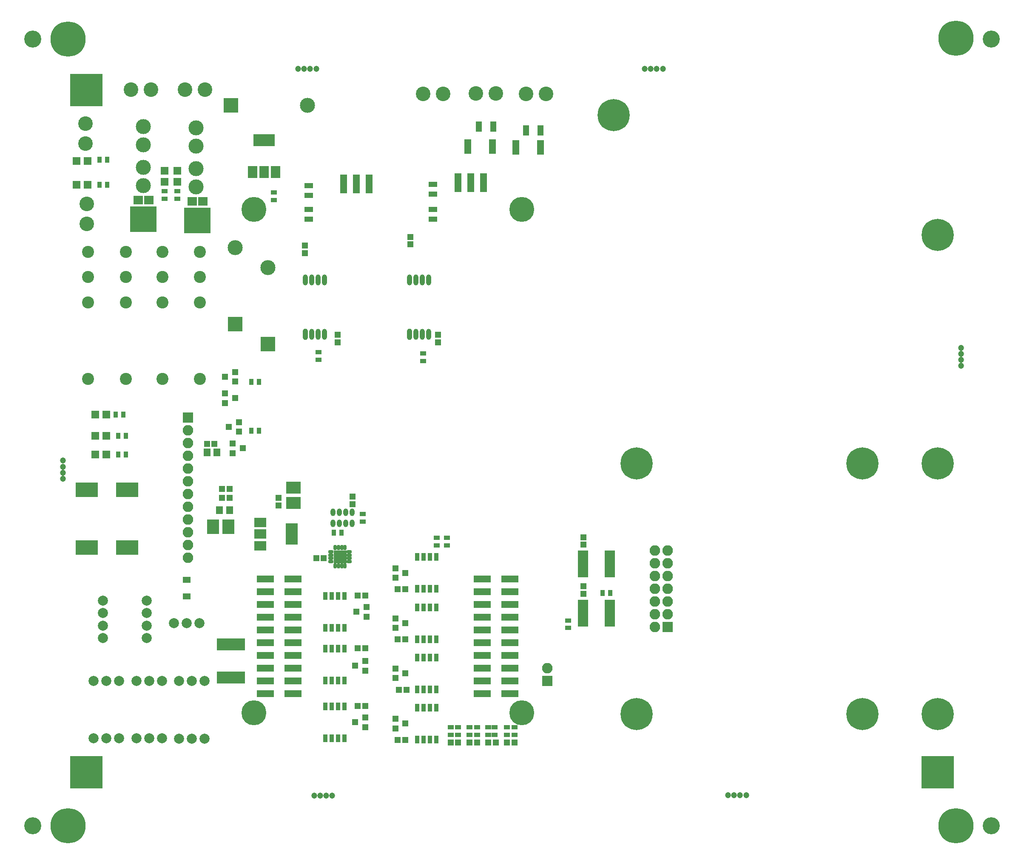
<source format=gbr>
G04 #@! TF.FileFunction,Soldermask,Top*
%FSLAX46Y46*%
G04 Gerber Fmt 4.6, Leading zero omitted, Abs format (unit mm)*
G04 Created by KiCad (PCBNEW 4.0.6) date 07/17/17 17:34:44*
%MOMM*%
%LPD*%
G01*
G04 APERTURE LIST*
%ADD10C,0.100000*%
%ADD11C,7.000000*%
%ADD12C,1.200000*%
%ADD13C,3.400000*%
%ADD14R,0.908000X1.543000*%
%ADD15R,4.400000X2.900000*%
%ADD16R,1.400000X1.650000*%
%ADD17R,1.200000X1.150000*%
%ADD18R,1.150000X1.200000*%
%ADD19R,2.900000X2.350000*%
%ADD20R,2.350000X2.900000*%
%ADD21R,1.600000X1.300000*%
%ADD22R,1.300000X1.200000*%
%ADD23R,2.100000X2.100000*%
%ADD24O,2.100000X2.100000*%
%ADD25R,1.300000X0.900000*%
%ADD26R,0.900000X1.300000*%
%ADD27R,1.300000X2.100000*%
%ADD28R,1.400000X2.900000*%
%ADD29R,1.700000X1.100000*%
%ADD30R,4.200000X2.400000*%
%ADD31R,1.900000X2.400000*%
%ADD32R,2.000000X0.810000*%
%ADD33R,2.400000X4.200000*%
%ADD34R,2.400000X1.900000*%
%ADD35C,2.400000*%
%ADD36C,3.000000*%
%ADD37R,1.600000X1.600000*%
%ADD38O,0.700000X1.120000*%
%ADD39O,1.120000X0.700000*%
%ADD40R,2.550000X2.550000*%
%ADD41O,1.000000X1.500000*%
%ADD42C,2.900000*%
%ADD43C,2.000000*%
%ADD44R,3.400000X1.400000*%
%ADD45R,5.300000X5.200000*%
%ADD46R,1.900000X1.750000*%
%ADD47C,4.972000*%
%ADD48R,6.400000X6.400000*%
%ADD49C,6.400000*%
%ADD50R,5.700000X2.400000*%
%ADD51O,1.000000X2.200000*%
%ADD52O,1.000000X2.305000*%
%ADD53R,3.000000X3.000000*%
%ADD54O,3.000000X3.000000*%
%ADD55R,1.400000X3.800000*%
G04 APERTURE END LIST*
D10*
D11*
X206400000Y-174400000D03*
X29600000Y-174400000D03*
X29600000Y-17600000D03*
X206400000Y-17400000D03*
D12*
X75400000Y-23500000D03*
X79000000Y-23500000D03*
X77800000Y-23500000D03*
X76600000Y-23500000D03*
X78600000Y-168400000D03*
X82200000Y-168400000D03*
X81000000Y-168400000D03*
X79800000Y-168400000D03*
D13*
X22600000Y-17600000D03*
X213400000Y-17600000D03*
X213400000Y-174400000D03*
X22600000Y-174400000D03*
D12*
X28600000Y-104000000D03*
X28600000Y-102800000D03*
X28600000Y-101600000D03*
X28600000Y-105200000D03*
X162200000Y-168300000D03*
X163400000Y-168300000D03*
X164600000Y-168300000D03*
X161000000Y-168300000D03*
D14*
X99095000Y-140825000D03*
X100365000Y-140825000D03*
X101635000Y-140825000D03*
X102905000Y-140825000D03*
X102905000Y-147175000D03*
X101635000Y-147175000D03*
X100365000Y-147175000D03*
X99095000Y-147175000D03*
D15*
X41350000Y-118900000D03*
X33350000Y-118900000D03*
D16*
X57250000Y-100000000D03*
X59250000Y-100000000D03*
D15*
X41350000Y-107400000D03*
X33350000Y-107400000D03*
D17*
X61750000Y-107230000D03*
X60250000Y-107230000D03*
X57250000Y-98250000D03*
X58750000Y-98250000D03*
D18*
X71500000Y-110500000D03*
X71500000Y-109000000D03*
D17*
X61750000Y-109000000D03*
X60250000Y-109000000D03*
D19*
X74500000Y-110025000D03*
X74500000Y-106975000D03*
D16*
X61750000Y-111500000D03*
X59750000Y-111500000D03*
D20*
X61525000Y-114750000D03*
X58475000Y-114750000D03*
D18*
X86250000Y-110250000D03*
X86250000Y-108750000D03*
D17*
X80500000Y-121000000D03*
X79000000Y-121000000D03*
X87250000Y-150500000D03*
X88750000Y-150500000D03*
X87250000Y-128500000D03*
X88750000Y-128500000D03*
X87250000Y-139000000D03*
X88750000Y-139000000D03*
X96750000Y-127250000D03*
X95250000Y-127250000D03*
X96750000Y-137250000D03*
X95250000Y-137250000D03*
X97000000Y-147250000D03*
X95500000Y-147250000D03*
X96750000Y-157250000D03*
X95250000Y-157250000D03*
D18*
X132200000Y-118350000D03*
X132200000Y-116850000D03*
X132200000Y-128150000D03*
X132200000Y-126650000D03*
D17*
X109500000Y-157750000D03*
X111000000Y-157750000D03*
X105750000Y-157750000D03*
X107250000Y-157750000D03*
X113250000Y-157750000D03*
X114750000Y-157750000D03*
X117000000Y-157750000D03*
X118500000Y-157750000D03*
D18*
X97750000Y-57000000D03*
X97750000Y-58500000D03*
X76750000Y-60250000D03*
X76750000Y-58750000D03*
X103250000Y-78000000D03*
X103250000Y-76500000D03*
X83250000Y-78000000D03*
X83250000Y-76500000D03*
D21*
X53250000Y-128650000D03*
X53250000Y-125350000D03*
D22*
X62350000Y-98200000D03*
X62350000Y-100100000D03*
X64350000Y-99150000D03*
D23*
X148970000Y-134750000D03*
D24*
X146430000Y-134750000D03*
X148970000Y-132210000D03*
X146430000Y-132210000D03*
X148970000Y-129670000D03*
X146430000Y-129670000D03*
X148970000Y-127130000D03*
X146430000Y-127130000D03*
X148970000Y-124590000D03*
X146430000Y-124590000D03*
X148970000Y-122050000D03*
X146430000Y-122050000D03*
X148970000Y-119510000D03*
X146430000Y-119510000D03*
D22*
X88750000Y-154700000D03*
X88750000Y-152800000D03*
X86750000Y-153750000D03*
X88750000Y-143450000D03*
X88750000Y-141550000D03*
X86750000Y-142500000D03*
X89000000Y-132700000D03*
X89000000Y-130800000D03*
X87000000Y-131750000D03*
X94750000Y-123050000D03*
X94750000Y-124950000D03*
X96750000Y-124000000D03*
X94750000Y-133050000D03*
X94750000Y-134950000D03*
X96750000Y-134000000D03*
X94750000Y-143050000D03*
X94750000Y-144950000D03*
X96750000Y-144000000D03*
X94750000Y-153050000D03*
X94750000Y-154950000D03*
X96750000Y-154000000D03*
D25*
X48850000Y-49400000D03*
X48850000Y-47900000D03*
X51350000Y-49400000D03*
X51350000Y-47900000D03*
D26*
X40600000Y-92400000D03*
X39100000Y-92400000D03*
X41100000Y-100400000D03*
X39600000Y-100400000D03*
X41100000Y-96650000D03*
X39600000Y-96650000D03*
X82500000Y-116000000D03*
X84000000Y-116000000D03*
D25*
X88250000Y-113750000D03*
X88250000Y-112250000D03*
X105000000Y-117000000D03*
X105000000Y-118500000D03*
X103000000Y-117000000D03*
X103000000Y-118500000D03*
X70600000Y-48150000D03*
X70600000Y-49650000D03*
X129200000Y-134950000D03*
X129200000Y-133450000D03*
D26*
X137550000Y-128000000D03*
X136050000Y-128000000D03*
D27*
X111350000Y-35000000D03*
X114250000Y-35000000D03*
D28*
X114050000Y-39000000D03*
X109150000Y-39000000D03*
D27*
X123650000Y-35800000D03*
X120750000Y-35800000D03*
D28*
X118750000Y-39200000D03*
X123650000Y-39200000D03*
D25*
X105750000Y-156250000D03*
X105750000Y-154750000D03*
X113250000Y-156250000D03*
X113250000Y-154750000D03*
X117000000Y-156250000D03*
X117000000Y-154750000D03*
X109500000Y-156250000D03*
X109500000Y-154750000D03*
X111000000Y-154750000D03*
X111000000Y-156250000D03*
X107250000Y-154750000D03*
X107250000Y-156250000D03*
X114500000Y-154750000D03*
X114500000Y-156250000D03*
X118500000Y-154750000D03*
X118500000Y-156250000D03*
D29*
X77500000Y-53450000D03*
X77500000Y-51550000D03*
X77500000Y-48700000D03*
X77500000Y-46800000D03*
X102250000Y-53450000D03*
X102250000Y-51550000D03*
X102250000Y-48450000D03*
X102250000Y-46550000D03*
D26*
X66100000Y-95650000D03*
X67600000Y-95650000D03*
D25*
X100250000Y-81750000D03*
X100250000Y-80250000D03*
X79500000Y-81500000D03*
X79500000Y-80000000D03*
D26*
X35850000Y-41650000D03*
X37350000Y-41650000D03*
D14*
X84655000Y-156925000D03*
X83385000Y-156925000D03*
X82115000Y-156925000D03*
X80845000Y-156925000D03*
X80845000Y-150575000D03*
X82115000Y-150575000D03*
X83385000Y-150575000D03*
X84655000Y-150575000D03*
X84655000Y-145425000D03*
X83385000Y-145425000D03*
X82115000Y-145425000D03*
X80845000Y-145425000D03*
X80845000Y-139075000D03*
X82115000Y-139075000D03*
X83385000Y-139075000D03*
X84655000Y-139075000D03*
X84655000Y-134925000D03*
X83385000Y-134925000D03*
X82115000Y-134925000D03*
X80845000Y-134925000D03*
X80845000Y-128575000D03*
X82115000Y-128575000D03*
X83385000Y-128575000D03*
X84655000Y-128575000D03*
X99095000Y-120825000D03*
X100365000Y-120825000D03*
X101635000Y-120825000D03*
X102905000Y-120825000D03*
X102905000Y-127175000D03*
X101635000Y-127175000D03*
X100365000Y-127175000D03*
X99095000Y-127175000D03*
X99095000Y-130825000D03*
X100365000Y-130825000D03*
X101635000Y-130825000D03*
X102905000Y-130825000D03*
X102905000Y-137175000D03*
X101635000Y-137175000D03*
X100365000Y-137175000D03*
X99095000Y-137175000D03*
X99095000Y-150825000D03*
X100365000Y-150825000D03*
X101635000Y-150825000D03*
X102905000Y-150825000D03*
X102905000Y-157175000D03*
X101635000Y-157175000D03*
X100365000Y-157175000D03*
X99095000Y-157175000D03*
D30*
X68600000Y-37750000D03*
D31*
X68600000Y-44050000D03*
X70900000Y-44050000D03*
X66300000Y-44050000D03*
D32*
X132145700Y-129777500D03*
X132145700Y-130412500D03*
X132145700Y-131047500D03*
X132145700Y-131682500D03*
X132145700Y-132317500D03*
X132145700Y-132952500D03*
X132145700Y-133587500D03*
X132145700Y-134222500D03*
X137454300Y-134222500D03*
X137454300Y-133587500D03*
X137454300Y-132952500D03*
X137454300Y-132317500D03*
X137454300Y-131682500D03*
X137454300Y-131047500D03*
X137454300Y-130412500D03*
X137454300Y-129777500D03*
X132145700Y-119977500D03*
X132145700Y-120612500D03*
X132145700Y-121247500D03*
X132145700Y-121882500D03*
X132145700Y-122517500D03*
X132145700Y-123152500D03*
X132145700Y-123787500D03*
X132145700Y-124422500D03*
X137454300Y-124422500D03*
X137454300Y-123787500D03*
X137454300Y-123152500D03*
X137454300Y-122517500D03*
X137454300Y-121882500D03*
X137454300Y-121247500D03*
X137454300Y-120612500D03*
X137454300Y-119977500D03*
D22*
X63600000Y-95850000D03*
X63600000Y-93950000D03*
X61600000Y-94900000D03*
D33*
X74150000Y-116250000D03*
D34*
X67850000Y-116250000D03*
X67850000Y-118550000D03*
X67850000Y-113950000D03*
D35*
X55850000Y-85330000D03*
X48350000Y-85330000D03*
X48350000Y-65030000D03*
X48350000Y-59990000D03*
X55850000Y-59990000D03*
X55850000Y-65030000D03*
X55850000Y-70070000D03*
X48350000Y-70070000D03*
D36*
X44600000Y-35005000D03*
X44600000Y-46795000D03*
X44600000Y-38665000D03*
X44600000Y-43135000D03*
X55100000Y-35255000D03*
X55100000Y-47045000D03*
X55100000Y-38915000D03*
X55100000Y-43385000D03*
D23*
X53500000Y-93000000D03*
D24*
X53500000Y-95540000D03*
X53500000Y-98080000D03*
X53500000Y-100620000D03*
X53500000Y-103160000D03*
X53500000Y-105700000D03*
X53500000Y-108240000D03*
X53500000Y-110780000D03*
X53500000Y-113320000D03*
X53500000Y-115860000D03*
X53500000Y-118400000D03*
X53500000Y-120940000D03*
D37*
X48850000Y-46000000D03*
X48850000Y-43800000D03*
X51350000Y-46000000D03*
X51350000Y-43800000D03*
X31250000Y-41900000D03*
X33450000Y-41900000D03*
X37200000Y-92400000D03*
X35000000Y-92400000D03*
X37200000Y-100400000D03*
X35000000Y-100400000D03*
X37200000Y-96650000D03*
X35000000Y-96650000D03*
D38*
X82775000Y-118935000D03*
X84725000Y-118935000D03*
D39*
X85565000Y-121725000D03*
X85565000Y-119775000D03*
X81935000Y-119775000D03*
X81935000Y-121725000D03*
D38*
X82775000Y-122565000D03*
X84725000Y-122565000D03*
D39*
X81935000Y-120425000D03*
X81935000Y-121075000D03*
X85565000Y-120425000D03*
D38*
X83425000Y-118935000D03*
X84075000Y-118935000D03*
D39*
X85565000Y-121075000D03*
D38*
X83425000Y-122565000D03*
X84075000Y-122565000D03*
D40*
X83750000Y-120750000D03*
D41*
X86125000Y-114100000D03*
X84875000Y-114100000D03*
X83625000Y-114100000D03*
X82375000Y-114100000D03*
X82375000Y-111900000D03*
X86125000Y-111900000D03*
X83625000Y-111900000D03*
X84875000Y-111900000D03*
D42*
X42120000Y-27650000D03*
X46080000Y-27650000D03*
X52870000Y-27650000D03*
X56830000Y-27650000D03*
X100270000Y-28500000D03*
X104230000Y-28500000D03*
X120770000Y-28500000D03*
X124730000Y-28500000D03*
X110820000Y-28400000D03*
X114780000Y-28400000D03*
X33100000Y-38380000D03*
X33100000Y-34420000D03*
D43*
X45250000Y-131980000D03*
X45250000Y-134480000D03*
X45250000Y-136980000D03*
X45250000Y-129480000D03*
X36500000Y-131980000D03*
X36500000Y-134480000D03*
X36500000Y-136980000D03*
X36500000Y-129480000D03*
X54250000Y-145500000D03*
X56790000Y-145500000D03*
X51710000Y-145500000D03*
X45750000Y-145480000D03*
X48290000Y-145480000D03*
X43210000Y-145480000D03*
X37250000Y-145480000D03*
X39790000Y-145480000D03*
X34710000Y-145480000D03*
X54250000Y-157000000D03*
X56790000Y-157000000D03*
X51710000Y-157000000D03*
X45750000Y-156980000D03*
X48290000Y-156980000D03*
X43210000Y-156980000D03*
X37250000Y-156980000D03*
X39790000Y-156980000D03*
X34710000Y-156980000D03*
D44*
X74410000Y-148040000D03*
X68870000Y-148040000D03*
X74410000Y-145500000D03*
X68870000Y-145500000D03*
X74410000Y-142960000D03*
X68870000Y-142960000D03*
X74410000Y-140420000D03*
X68870000Y-140420000D03*
X74410000Y-137880000D03*
X68870000Y-137880000D03*
X74410000Y-135340000D03*
X68870000Y-135340000D03*
X74410000Y-132800000D03*
X68870000Y-132800000D03*
X74410000Y-130260000D03*
X68870000Y-130260000D03*
X74410000Y-127720000D03*
X68870000Y-127720000D03*
X74410000Y-125180000D03*
X68870000Y-125180000D03*
X117590000Y-148040000D03*
X112050000Y-148040000D03*
X117590000Y-145500000D03*
X112050000Y-145500000D03*
X117590000Y-142960000D03*
X112050000Y-142960000D03*
X117590000Y-140420000D03*
X112050000Y-140420000D03*
X117590000Y-137880000D03*
X112050000Y-137880000D03*
X117590000Y-135340000D03*
X112050000Y-135340000D03*
X117590000Y-132800000D03*
X112050000Y-132800000D03*
X117590000Y-130260000D03*
X112050000Y-130260000D03*
X117590000Y-127720000D03*
X112050000Y-127720000D03*
X117590000Y-125180000D03*
X112050000Y-125180000D03*
D45*
X44600000Y-53510000D03*
D46*
X45640000Y-49705000D03*
X43560000Y-49705000D03*
D45*
X55350000Y-53760000D03*
D46*
X56390000Y-49955000D03*
X54310000Y-49955000D03*
D47*
X66560000Y-151850000D03*
X66560000Y-51520000D03*
X119900000Y-51520000D03*
X119900000Y-151850000D03*
D48*
X33250000Y-163730000D03*
X33250000Y-27730000D03*
D49*
X138250000Y-32730000D03*
X202770000Y-56602000D03*
D48*
X202750000Y-163730000D03*
D49*
X202750000Y-152130000D03*
X187750000Y-152130000D03*
X142750000Y-152130000D03*
X202750000Y-102130000D03*
X142750000Y-102130000D03*
X187750000Y-102130000D03*
D43*
X53250000Y-134000000D03*
X55790000Y-134000000D03*
X50710000Y-134000000D03*
D50*
X62000000Y-138200000D03*
X62000000Y-144800000D03*
D23*
X124980000Y-145500000D03*
D24*
X124980000Y-142960000D03*
D51*
X101405000Y-76450000D03*
X100135000Y-76450000D03*
X98865000Y-76450000D03*
D52*
X97600000Y-76450000D03*
D51*
X97595000Y-65550000D03*
X98865000Y-65550000D03*
X100135000Y-65550000D03*
X101405000Y-65550000D03*
X80655000Y-76450000D03*
X79385000Y-76450000D03*
X78115000Y-76450000D03*
D52*
X76850000Y-76450000D03*
D51*
X76845000Y-65550000D03*
X78115000Y-65550000D03*
X79385000Y-65550000D03*
X80655000Y-65550000D03*
D12*
X145600000Y-23500000D03*
X146800000Y-23500000D03*
X148000000Y-23500000D03*
X144400000Y-23500000D03*
X207400000Y-81500000D03*
X207400000Y-80300000D03*
X207400000Y-79100000D03*
X207400000Y-82700000D03*
D53*
X62000000Y-30750000D03*
D54*
X77240000Y-30750000D03*
D53*
X62850000Y-74400000D03*
D54*
X62850000Y-59160000D03*
D22*
X60850000Y-88200000D03*
X60850000Y-90100000D03*
X62850000Y-89150000D03*
D37*
X31250000Y-46650000D03*
X33450000Y-46650000D03*
D42*
X33350000Y-54380000D03*
X33350000Y-50420000D03*
D26*
X66100000Y-85900000D03*
X67600000Y-85900000D03*
X35850000Y-46650000D03*
X37350000Y-46650000D03*
D22*
X62850000Y-85850000D03*
X62850000Y-83950000D03*
X60850000Y-84900000D03*
D35*
X41100000Y-85330000D03*
X33600000Y-85330000D03*
X33600000Y-65030000D03*
X33600000Y-59990000D03*
X41100000Y-59990000D03*
X41100000Y-65030000D03*
X41100000Y-70070000D03*
X33600000Y-70070000D03*
D55*
X89540000Y-46450000D03*
X87000000Y-46450000D03*
X84460000Y-46450000D03*
D53*
X69350000Y-78400000D03*
D54*
X69350000Y-63160000D03*
D55*
X112290000Y-46200000D03*
X109750000Y-46200000D03*
X107210000Y-46200000D03*
M02*

</source>
